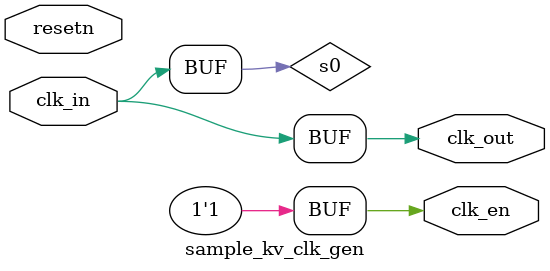
<source format=v>

module sample_kv_clk_gen (
        	  clk_in,
        	  resetn,
        	  clk_en,
		  clk_out
);

parameter RATIO = 1;

input			clk_in;
input			resetn;
output			clk_en;
output			clk_out;

wire			s0;

generate
if (RATIO == 1) begin : gen_ratio_1
	assign clk_en = 1'b1;
	assign s0 = clk_in;
end
else  begin : gen_ratio_2
	reg     s1;
	always @(posedge clk_in or negedge resetn) begin
		if (!resetn)
			s1 <= 1'b0;
		else
			s1 <= ~s1;
	end
	assign clk_en = ~s1;
	assign s0 = s1;
end
endgenerate

`ifdef NDS_FPGA
	BUFGCE	TL_UL_CLK_MUX_INST (
		.I	(s0		),
		.CE	(1'b1			),
		.O	(clk_out		)
	);
`else
	assign clk_out = s0;
`endif

endmodule


</source>
